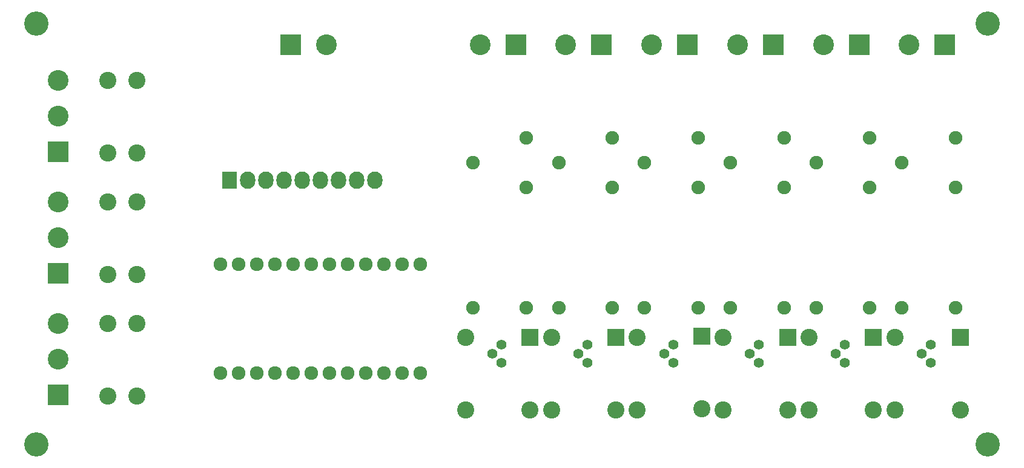
<source format=gbr>
G04 #@! TF.FileFunction,Soldermask,Top*
%FSLAX46Y46*%
G04 Gerber Fmt 4.6, Leading zero omitted, Abs format (unit mm)*
G04 Created by KiCad (PCBNEW 4.0.2-2.fc24-product) date Fri 09 Sep 2016 11:29:58 AEST*
%MOMM*%
G01*
G04 APERTURE LIST*
%ADD10C,0.100000*%
%ADD11C,3.400000*%
%ADD12C,1.900000*%
%ADD13C,2.398980*%
%ADD14R,2.398980X2.398980*%
%ADD15C,2.900000*%
%ADD16R,2.900000X2.900000*%
%ADD17C,1.400760*%
%ADD18R,2.127200X2.432000*%
%ADD19O,2.127200X2.432000*%
%ADD20C,1.924000*%
G04 APERTURE END LIST*
D10*
D11*
X91000000Y-38000000D03*
X91000000Y-97000000D03*
X224000000Y-97000000D03*
D12*
X164000000Y-77800000D03*
X171500000Y-77800000D03*
X164000000Y-57500000D03*
X171500000Y-61000000D03*
X171500000Y-54000000D03*
X200000000Y-77800000D03*
X207500000Y-77800000D03*
X200000000Y-57500000D03*
X207500000Y-61000000D03*
X207500000Y-54000000D03*
X176000000Y-77800000D03*
X183500000Y-77800000D03*
X176000000Y-57500000D03*
X183500000Y-61000000D03*
X183500000Y-54000000D03*
D13*
X175000000Y-82000000D03*
X175000000Y-92160000D03*
X160000000Y-92160000D03*
D14*
X160000000Y-82000000D03*
D13*
X172000000Y-92162540D03*
D14*
X172000000Y-82002540D03*
D13*
X184002540Y-92000000D03*
D14*
X184002540Y-81840000D03*
D13*
X196002540Y-92160000D03*
D14*
X196002540Y-82000000D03*
D13*
X208000000Y-92160000D03*
D14*
X208000000Y-82000000D03*
D13*
X220172540Y-92160000D03*
D14*
X220172540Y-82000000D03*
D15*
X94000000Y-46000000D03*
D16*
X94000000Y-56000000D03*
D15*
X94000000Y-51000000D03*
X94000000Y-63000000D03*
D16*
X94000000Y-73000000D03*
D15*
X94000000Y-68000000D03*
X94000000Y-80000000D03*
D16*
X94000000Y-90000000D03*
D15*
X94000000Y-85000000D03*
D16*
X126500000Y-41000000D03*
D15*
X131500000Y-41000000D03*
D17*
X154730000Y-84270000D03*
X156000000Y-83000000D03*
X156000000Y-85540000D03*
X166730000Y-84270000D03*
X168000000Y-83000000D03*
X168000000Y-85540000D03*
X178730000Y-84270000D03*
X180000000Y-83000000D03*
X180000000Y-85540000D03*
X190730000Y-84270000D03*
X192000000Y-83000000D03*
X192000000Y-85540000D03*
X202730000Y-84270000D03*
X204000000Y-83000000D03*
X204000000Y-85540000D03*
X214730000Y-84270000D03*
X216000000Y-83000000D03*
X216000000Y-85540000D03*
D13*
X101000000Y-46000000D03*
X101000000Y-56160000D03*
X101000000Y-63000000D03*
X101000000Y-73160000D03*
X101000000Y-80000000D03*
X101000000Y-90160000D03*
X105000000Y-56160000D03*
X105000000Y-46000000D03*
X105000000Y-73160000D03*
X105000000Y-63000000D03*
X105000000Y-90160000D03*
X105000000Y-80000000D03*
X151000000Y-82000000D03*
X151000000Y-92160000D03*
X163000000Y-82000000D03*
X163000000Y-92160000D03*
X187000000Y-82000000D03*
X187000000Y-92160000D03*
X199000000Y-82000000D03*
X199000000Y-92160000D03*
X211000000Y-82000000D03*
X211000000Y-92160000D03*
D12*
X152000000Y-77800000D03*
X159500000Y-77800000D03*
X152000000Y-57500000D03*
X159500000Y-61000000D03*
X159500000Y-54000000D03*
X188000000Y-77800000D03*
X195500000Y-77800000D03*
X188000000Y-57500000D03*
X195500000Y-61000000D03*
X195500000Y-54000000D03*
X212000000Y-77800000D03*
X219500000Y-77800000D03*
X212000000Y-57500000D03*
X219500000Y-61000000D03*
X219500000Y-54000000D03*
D16*
X158000000Y-41000000D03*
D15*
X153000000Y-41000000D03*
D16*
X170000000Y-41000000D03*
D15*
X165000000Y-41000000D03*
D16*
X182000000Y-41000000D03*
D15*
X177000000Y-41000000D03*
D16*
X206000000Y-41000000D03*
D15*
X201000000Y-41000000D03*
D16*
X218000000Y-41000000D03*
D15*
X213000000Y-41000000D03*
D16*
X194000000Y-41000000D03*
D15*
X189000000Y-41000000D03*
D18*
X118000000Y-60000000D03*
D19*
X120540000Y-60000000D03*
X123080000Y-60000000D03*
X125620000Y-60000000D03*
X128160000Y-60000000D03*
X130700000Y-60000000D03*
X133240000Y-60000000D03*
X135780000Y-60000000D03*
X138320000Y-60000000D03*
D20*
X116680000Y-87000000D03*
X119220000Y-87000000D03*
X121760000Y-87000000D03*
X124300000Y-87000000D03*
X126840000Y-87000000D03*
X129380000Y-87000000D03*
X131920000Y-87000000D03*
X134460000Y-87000000D03*
X137000000Y-87000000D03*
X139540000Y-87000000D03*
X142080000Y-87000000D03*
X144620000Y-87000000D03*
X116680000Y-71760000D03*
X119220000Y-71760000D03*
X121760000Y-71760000D03*
X124300000Y-71760000D03*
X126840000Y-71760000D03*
X129380000Y-71760000D03*
X131920000Y-71760000D03*
X134460000Y-71760000D03*
X137000000Y-71760000D03*
X139540000Y-71760000D03*
X142080000Y-71760000D03*
X144620000Y-71760000D03*
D11*
X224000000Y-38000000D03*
M02*

</source>
